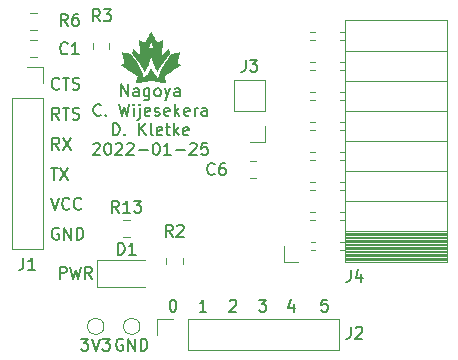
<source format=gbr>
G04 #@! TF.GenerationSoftware,KiCad,Pcbnew,(5.1.2)-1*
G04 #@! TF.CreationDate,2022-01-26T16:29:31-05:00*
G04 #@! TF.ProjectId,telemetry_breakout,74656c65-6d65-4747-9279-5f627265616b,rev?*
G04 #@! TF.SameCoordinates,Original*
G04 #@! TF.FileFunction,Legend,Top*
G04 #@! TF.FilePolarity,Positive*
%FSLAX46Y46*%
G04 Gerber Fmt 4.6, Leading zero omitted, Abs format (unit mm)*
G04 Created by KiCad (PCBNEW (5.1.2)-1) date 2022-01-26 16:29:31*
%MOMM*%
%LPD*%
G04 APERTURE LIST*
%ADD10C,0.150000*%
%ADD11C,0.120000*%
%ADD12C,0.010000*%
G04 APERTURE END LIST*
D10*
X194246666Y-109418380D02*
X194246666Y-108418380D01*
X194627619Y-108418380D01*
X194722857Y-108466000D01*
X194770476Y-108513619D01*
X194818095Y-108608857D01*
X194818095Y-108751714D01*
X194770476Y-108846952D01*
X194722857Y-108894571D01*
X194627619Y-108942190D01*
X194246666Y-108942190D01*
X195151428Y-108418380D02*
X195389523Y-109418380D01*
X195580000Y-108704095D01*
X195770476Y-109418380D01*
X196008571Y-108418380D01*
X196960952Y-109418380D02*
X196627619Y-108942190D01*
X196389523Y-109418380D02*
X196389523Y-108418380D01*
X196770476Y-108418380D01*
X196865714Y-108466000D01*
X196913333Y-108513619D01*
X196960952Y-108608857D01*
X196960952Y-108751714D01*
X196913333Y-108846952D01*
X196865714Y-108894571D01*
X196770476Y-108942190D01*
X196389523Y-108942190D01*
X216900095Y-111212380D02*
X216423904Y-111212380D01*
X216376285Y-111688571D01*
X216423904Y-111640952D01*
X216519142Y-111593333D01*
X216757238Y-111593333D01*
X216852476Y-111640952D01*
X216900095Y-111688571D01*
X216947714Y-111783809D01*
X216947714Y-112021904D01*
X216900095Y-112117142D01*
X216852476Y-112164761D01*
X216757238Y-112212380D01*
X216519142Y-112212380D01*
X216423904Y-112164761D01*
X216376285Y-112117142D01*
X214058476Y-111545714D02*
X214058476Y-112212380D01*
X213820380Y-111164761D02*
X213582285Y-111879047D01*
X214201333Y-111879047D01*
X206660714Y-112212380D02*
X206089285Y-112212380D01*
X206375000Y-112212380D02*
X206375000Y-111212380D01*
X206279761Y-111355238D01*
X206184523Y-111450476D01*
X206089285Y-111498095D01*
X208629285Y-111307619D02*
X208676904Y-111260000D01*
X208772142Y-111212380D01*
X209010238Y-111212380D01*
X209105476Y-111260000D01*
X209153095Y-111307619D01*
X209200714Y-111402857D01*
X209200714Y-111498095D01*
X209153095Y-111640952D01*
X208581666Y-112212380D01*
X209200714Y-112212380D01*
X211121666Y-111212380D02*
X211740714Y-111212380D01*
X211407380Y-111593333D01*
X211550238Y-111593333D01*
X211645476Y-111640952D01*
X211693095Y-111688571D01*
X211740714Y-111783809D01*
X211740714Y-112021904D01*
X211693095Y-112117142D01*
X211645476Y-112164761D01*
X211550238Y-112212380D01*
X211264523Y-112212380D01*
X211169285Y-112164761D01*
X211121666Y-112117142D01*
X199576095Y-114562000D02*
X199480857Y-114514380D01*
X199338000Y-114514380D01*
X199195142Y-114562000D01*
X199099904Y-114657238D01*
X199052285Y-114752476D01*
X199004666Y-114942952D01*
X199004666Y-115085809D01*
X199052285Y-115276285D01*
X199099904Y-115371523D01*
X199195142Y-115466761D01*
X199338000Y-115514380D01*
X199433238Y-115514380D01*
X199576095Y-115466761D01*
X199623714Y-115419142D01*
X199623714Y-115085809D01*
X199433238Y-115085809D01*
X200052285Y-115514380D02*
X200052285Y-114514380D01*
X200623714Y-115514380D01*
X200623714Y-114514380D01*
X201099904Y-115514380D02*
X201099904Y-114514380D01*
X201338000Y-114514380D01*
X201480857Y-114562000D01*
X201576095Y-114657238D01*
X201623714Y-114752476D01*
X201671333Y-114942952D01*
X201671333Y-115085809D01*
X201623714Y-115276285D01*
X201576095Y-115371523D01*
X201480857Y-115466761D01*
X201338000Y-115514380D01*
X201099904Y-115514380D01*
X196051904Y-114514380D02*
X196670952Y-114514380D01*
X196337619Y-114895333D01*
X196480476Y-114895333D01*
X196575714Y-114942952D01*
X196623333Y-114990571D01*
X196670952Y-115085809D01*
X196670952Y-115323904D01*
X196623333Y-115419142D01*
X196575714Y-115466761D01*
X196480476Y-115514380D01*
X196194761Y-115514380D01*
X196099523Y-115466761D01*
X196051904Y-115419142D01*
X196956666Y-114514380D02*
X197290000Y-115514380D01*
X197623333Y-114514380D01*
X197861428Y-114514380D02*
X198480476Y-114514380D01*
X198147142Y-114895333D01*
X198290000Y-114895333D01*
X198385238Y-114942952D01*
X198432857Y-114990571D01*
X198480476Y-115085809D01*
X198480476Y-115323904D01*
X198432857Y-115419142D01*
X198385238Y-115466761D01*
X198290000Y-115514380D01*
X198004285Y-115514380D01*
X197909047Y-115466761D01*
X197861428Y-115419142D01*
X199453809Y-93989380D02*
X199453809Y-92989380D01*
X200025238Y-93989380D01*
X200025238Y-92989380D01*
X200930000Y-93989380D02*
X200930000Y-93465571D01*
X200882380Y-93370333D01*
X200787142Y-93322714D01*
X200596666Y-93322714D01*
X200501428Y-93370333D01*
X200930000Y-93941761D02*
X200834761Y-93989380D01*
X200596666Y-93989380D01*
X200501428Y-93941761D01*
X200453809Y-93846523D01*
X200453809Y-93751285D01*
X200501428Y-93656047D01*
X200596666Y-93608428D01*
X200834761Y-93608428D01*
X200930000Y-93560809D01*
X201834761Y-93322714D02*
X201834761Y-94132238D01*
X201787142Y-94227476D01*
X201739523Y-94275095D01*
X201644285Y-94322714D01*
X201501428Y-94322714D01*
X201406190Y-94275095D01*
X201834761Y-93941761D02*
X201739523Y-93989380D01*
X201549047Y-93989380D01*
X201453809Y-93941761D01*
X201406190Y-93894142D01*
X201358571Y-93798904D01*
X201358571Y-93513190D01*
X201406190Y-93417952D01*
X201453809Y-93370333D01*
X201549047Y-93322714D01*
X201739523Y-93322714D01*
X201834761Y-93370333D01*
X202453809Y-93989380D02*
X202358571Y-93941761D01*
X202310952Y-93894142D01*
X202263333Y-93798904D01*
X202263333Y-93513190D01*
X202310952Y-93417952D01*
X202358571Y-93370333D01*
X202453809Y-93322714D01*
X202596666Y-93322714D01*
X202691904Y-93370333D01*
X202739523Y-93417952D01*
X202787142Y-93513190D01*
X202787142Y-93798904D01*
X202739523Y-93894142D01*
X202691904Y-93941761D01*
X202596666Y-93989380D01*
X202453809Y-93989380D01*
X203120476Y-93322714D02*
X203358571Y-93989380D01*
X203596666Y-93322714D02*
X203358571Y-93989380D01*
X203263333Y-94227476D01*
X203215714Y-94275095D01*
X203120476Y-94322714D01*
X204406190Y-93989380D02*
X204406190Y-93465571D01*
X204358571Y-93370333D01*
X204263333Y-93322714D01*
X204072857Y-93322714D01*
X203977619Y-93370333D01*
X204406190Y-93941761D02*
X204310952Y-93989380D01*
X204072857Y-93989380D01*
X203977619Y-93941761D01*
X203930000Y-93846523D01*
X203930000Y-93751285D01*
X203977619Y-93656047D01*
X204072857Y-93608428D01*
X204310952Y-93608428D01*
X204406190Y-93560809D01*
X197715714Y-95544142D02*
X197668095Y-95591761D01*
X197525238Y-95639380D01*
X197430000Y-95639380D01*
X197287142Y-95591761D01*
X197191904Y-95496523D01*
X197144285Y-95401285D01*
X197096666Y-95210809D01*
X197096666Y-95067952D01*
X197144285Y-94877476D01*
X197191904Y-94782238D01*
X197287142Y-94687000D01*
X197430000Y-94639380D01*
X197525238Y-94639380D01*
X197668095Y-94687000D01*
X197715714Y-94734619D01*
X198144285Y-95544142D02*
X198191904Y-95591761D01*
X198144285Y-95639380D01*
X198096666Y-95591761D01*
X198144285Y-95544142D01*
X198144285Y-95639380D01*
X199287142Y-94639380D02*
X199525238Y-95639380D01*
X199715714Y-94925095D01*
X199906190Y-95639380D01*
X200144285Y-94639380D01*
X200525238Y-95639380D02*
X200525238Y-94972714D01*
X200525238Y-94639380D02*
X200477619Y-94687000D01*
X200525238Y-94734619D01*
X200572857Y-94687000D01*
X200525238Y-94639380D01*
X200525238Y-94734619D01*
X201001428Y-94972714D02*
X201001428Y-95829857D01*
X200953809Y-95925095D01*
X200858571Y-95972714D01*
X200810952Y-95972714D01*
X201001428Y-94639380D02*
X200953809Y-94687000D01*
X201001428Y-94734619D01*
X201049047Y-94687000D01*
X201001428Y-94639380D01*
X201001428Y-94734619D01*
X201858571Y-95591761D02*
X201763333Y-95639380D01*
X201572857Y-95639380D01*
X201477619Y-95591761D01*
X201430000Y-95496523D01*
X201430000Y-95115571D01*
X201477619Y-95020333D01*
X201572857Y-94972714D01*
X201763333Y-94972714D01*
X201858571Y-95020333D01*
X201906190Y-95115571D01*
X201906190Y-95210809D01*
X201430000Y-95306047D01*
X202287142Y-95591761D02*
X202382380Y-95639380D01*
X202572857Y-95639380D01*
X202668095Y-95591761D01*
X202715714Y-95496523D01*
X202715714Y-95448904D01*
X202668095Y-95353666D01*
X202572857Y-95306047D01*
X202430000Y-95306047D01*
X202334761Y-95258428D01*
X202287142Y-95163190D01*
X202287142Y-95115571D01*
X202334761Y-95020333D01*
X202430000Y-94972714D01*
X202572857Y-94972714D01*
X202668095Y-95020333D01*
X203525238Y-95591761D02*
X203430000Y-95639380D01*
X203239523Y-95639380D01*
X203144285Y-95591761D01*
X203096666Y-95496523D01*
X203096666Y-95115571D01*
X203144285Y-95020333D01*
X203239523Y-94972714D01*
X203430000Y-94972714D01*
X203525238Y-95020333D01*
X203572857Y-95115571D01*
X203572857Y-95210809D01*
X203096666Y-95306047D01*
X204001428Y-95639380D02*
X204001428Y-94639380D01*
X204096666Y-95258428D02*
X204382380Y-95639380D01*
X204382380Y-94972714D02*
X204001428Y-95353666D01*
X205191904Y-95591761D02*
X205096666Y-95639380D01*
X204906190Y-95639380D01*
X204810952Y-95591761D01*
X204763333Y-95496523D01*
X204763333Y-95115571D01*
X204810952Y-95020333D01*
X204906190Y-94972714D01*
X205096666Y-94972714D01*
X205191904Y-95020333D01*
X205239523Y-95115571D01*
X205239523Y-95210809D01*
X204763333Y-95306047D01*
X205668095Y-95639380D02*
X205668095Y-94972714D01*
X205668095Y-95163190D02*
X205715714Y-95067952D01*
X205763333Y-95020333D01*
X205858571Y-94972714D01*
X205953809Y-94972714D01*
X206715714Y-95639380D02*
X206715714Y-95115571D01*
X206668095Y-95020333D01*
X206572857Y-94972714D01*
X206382380Y-94972714D01*
X206287142Y-95020333D01*
X206715714Y-95591761D02*
X206620476Y-95639380D01*
X206382380Y-95639380D01*
X206287142Y-95591761D01*
X206239523Y-95496523D01*
X206239523Y-95401285D01*
X206287142Y-95306047D01*
X206382380Y-95258428D01*
X206620476Y-95258428D01*
X206715714Y-95210809D01*
X198739523Y-97289380D02*
X198739523Y-96289380D01*
X198977619Y-96289380D01*
X199120476Y-96337000D01*
X199215714Y-96432238D01*
X199263333Y-96527476D01*
X199310952Y-96717952D01*
X199310952Y-96860809D01*
X199263333Y-97051285D01*
X199215714Y-97146523D01*
X199120476Y-97241761D01*
X198977619Y-97289380D01*
X198739523Y-97289380D01*
X199739523Y-97194142D02*
X199787142Y-97241761D01*
X199739523Y-97289380D01*
X199691904Y-97241761D01*
X199739523Y-97194142D01*
X199739523Y-97289380D01*
X200977619Y-97289380D02*
X200977619Y-96289380D01*
X201549047Y-97289380D02*
X201120476Y-96717952D01*
X201549047Y-96289380D02*
X200977619Y-96860809D01*
X202120476Y-97289380D02*
X202025238Y-97241761D01*
X201977619Y-97146523D01*
X201977619Y-96289380D01*
X202882380Y-97241761D02*
X202787142Y-97289380D01*
X202596666Y-97289380D01*
X202501428Y-97241761D01*
X202453809Y-97146523D01*
X202453809Y-96765571D01*
X202501428Y-96670333D01*
X202596666Y-96622714D01*
X202787142Y-96622714D01*
X202882380Y-96670333D01*
X202930000Y-96765571D01*
X202930000Y-96860809D01*
X202453809Y-96956047D01*
X203215714Y-96622714D02*
X203596666Y-96622714D01*
X203358571Y-96289380D02*
X203358571Y-97146523D01*
X203406190Y-97241761D01*
X203501428Y-97289380D01*
X203596666Y-97289380D01*
X203930000Y-97289380D02*
X203930000Y-96289380D01*
X204025238Y-96908428D02*
X204310952Y-97289380D01*
X204310952Y-96622714D02*
X203930000Y-97003666D01*
X205120476Y-97241761D02*
X205025238Y-97289380D01*
X204834761Y-97289380D01*
X204739523Y-97241761D01*
X204691904Y-97146523D01*
X204691904Y-96765571D01*
X204739523Y-96670333D01*
X204834761Y-96622714D01*
X205025238Y-96622714D01*
X205120476Y-96670333D01*
X205168095Y-96765571D01*
X205168095Y-96860809D01*
X204691904Y-96956047D01*
X197072857Y-98034619D02*
X197120476Y-97987000D01*
X197215714Y-97939380D01*
X197453809Y-97939380D01*
X197549047Y-97987000D01*
X197596666Y-98034619D01*
X197644285Y-98129857D01*
X197644285Y-98225095D01*
X197596666Y-98367952D01*
X197025238Y-98939380D01*
X197644285Y-98939380D01*
X198263333Y-97939380D02*
X198358571Y-97939380D01*
X198453809Y-97987000D01*
X198501428Y-98034619D01*
X198549047Y-98129857D01*
X198596666Y-98320333D01*
X198596666Y-98558428D01*
X198549047Y-98748904D01*
X198501428Y-98844142D01*
X198453809Y-98891761D01*
X198358571Y-98939380D01*
X198263333Y-98939380D01*
X198168095Y-98891761D01*
X198120476Y-98844142D01*
X198072857Y-98748904D01*
X198025238Y-98558428D01*
X198025238Y-98320333D01*
X198072857Y-98129857D01*
X198120476Y-98034619D01*
X198168095Y-97987000D01*
X198263333Y-97939380D01*
X198977619Y-98034619D02*
X199025238Y-97987000D01*
X199120476Y-97939380D01*
X199358571Y-97939380D01*
X199453809Y-97987000D01*
X199501428Y-98034619D01*
X199549047Y-98129857D01*
X199549047Y-98225095D01*
X199501428Y-98367952D01*
X198930000Y-98939380D01*
X199549047Y-98939380D01*
X199930000Y-98034619D02*
X199977619Y-97987000D01*
X200072857Y-97939380D01*
X200310952Y-97939380D01*
X200406190Y-97987000D01*
X200453809Y-98034619D01*
X200501428Y-98129857D01*
X200501428Y-98225095D01*
X200453809Y-98367952D01*
X199882380Y-98939380D01*
X200501428Y-98939380D01*
X200930000Y-98558428D02*
X201691904Y-98558428D01*
X202358571Y-97939380D02*
X202453809Y-97939380D01*
X202549047Y-97987000D01*
X202596666Y-98034619D01*
X202644285Y-98129857D01*
X202691904Y-98320333D01*
X202691904Y-98558428D01*
X202644285Y-98748904D01*
X202596666Y-98844142D01*
X202549047Y-98891761D01*
X202453809Y-98939380D01*
X202358571Y-98939380D01*
X202263333Y-98891761D01*
X202215714Y-98844142D01*
X202168095Y-98748904D01*
X202120476Y-98558428D01*
X202120476Y-98320333D01*
X202168095Y-98129857D01*
X202215714Y-98034619D01*
X202263333Y-97987000D01*
X202358571Y-97939380D01*
X203644285Y-98939380D02*
X203072857Y-98939380D01*
X203358571Y-98939380D02*
X203358571Y-97939380D01*
X203263333Y-98082238D01*
X203168095Y-98177476D01*
X203072857Y-98225095D01*
X204072857Y-98558428D02*
X204834761Y-98558428D01*
X205263333Y-98034619D02*
X205310952Y-97987000D01*
X205406190Y-97939380D01*
X205644285Y-97939380D01*
X205739523Y-97987000D01*
X205787142Y-98034619D01*
X205834761Y-98129857D01*
X205834761Y-98225095D01*
X205787142Y-98367952D01*
X205215714Y-98939380D01*
X205834761Y-98939380D01*
X206739523Y-97939380D02*
X206263333Y-97939380D01*
X206215714Y-98415571D01*
X206263333Y-98367952D01*
X206358571Y-98320333D01*
X206596666Y-98320333D01*
X206691904Y-98367952D01*
X206739523Y-98415571D01*
X206787142Y-98510809D01*
X206787142Y-98748904D01*
X206739523Y-98844142D01*
X206691904Y-98891761D01*
X206596666Y-98939380D01*
X206358571Y-98939380D01*
X206263333Y-98891761D01*
X206215714Y-98844142D01*
X194153404Y-105164000D02*
X194058166Y-105116380D01*
X193915309Y-105116380D01*
X193772452Y-105164000D01*
X193677214Y-105259238D01*
X193629595Y-105354476D01*
X193581976Y-105544952D01*
X193581976Y-105687809D01*
X193629595Y-105878285D01*
X193677214Y-105973523D01*
X193772452Y-106068761D01*
X193915309Y-106116380D01*
X194010547Y-106116380D01*
X194153404Y-106068761D01*
X194201023Y-106021142D01*
X194201023Y-105687809D01*
X194010547Y-105687809D01*
X194629595Y-106116380D02*
X194629595Y-105116380D01*
X195201023Y-106116380D01*
X195201023Y-105116380D01*
X195677214Y-106116380D02*
X195677214Y-105116380D01*
X195915309Y-105116380D01*
X196058166Y-105164000D01*
X196153404Y-105259238D01*
X196201023Y-105354476D01*
X196248642Y-105544952D01*
X196248642Y-105687809D01*
X196201023Y-105878285D01*
X196153404Y-105973523D01*
X196058166Y-106068761D01*
X195915309Y-106116380D01*
X195677214Y-106116380D01*
X193486738Y-102576380D02*
X193820071Y-103576380D01*
X194153404Y-102576380D01*
X195058166Y-103481142D02*
X195010547Y-103528761D01*
X194867690Y-103576380D01*
X194772452Y-103576380D01*
X194629595Y-103528761D01*
X194534357Y-103433523D01*
X194486738Y-103338285D01*
X194439119Y-103147809D01*
X194439119Y-103004952D01*
X194486738Y-102814476D01*
X194534357Y-102719238D01*
X194629595Y-102624000D01*
X194772452Y-102576380D01*
X194867690Y-102576380D01*
X195010547Y-102624000D01*
X195058166Y-102671619D01*
X196058166Y-103481142D02*
X196010547Y-103528761D01*
X195867690Y-103576380D01*
X195772452Y-103576380D01*
X195629595Y-103528761D01*
X195534357Y-103433523D01*
X195486738Y-103338285D01*
X195439119Y-103147809D01*
X195439119Y-103004952D01*
X195486738Y-102814476D01*
X195534357Y-102719238D01*
X195629595Y-102624000D01*
X195772452Y-102576380D01*
X195867690Y-102576380D01*
X196010547Y-102624000D01*
X196058166Y-102671619D01*
X193486738Y-100036380D02*
X194058166Y-100036380D01*
X193772452Y-101036380D02*
X193772452Y-100036380D01*
X194296261Y-100036380D02*
X194962928Y-101036380D01*
X194962928Y-100036380D02*
X194296261Y-101036380D01*
X194201023Y-98496380D02*
X193867690Y-98020190D01*
X193629595Y-98496380D02*
X193629595Y-97496380D01*
X194010547Y-97496380D01*
X194105785Y-97544000D01*
X194153404Y-97591619D01*
X194201023Y-97686857D01*
X194201023Y-97829714D01*
X194153404Y-97924952D01*
X194105785Y-97972571D01*
X194010547Y-98020190D01*
X193629595Y-98020190D01*
X194534357Y-97496380D02*
X195201023Y-98496380D01*
X195201023Y-97496380D02*
X194534357Y-98496380D01*
X194201023Y-95956380D02*
X193867690Y-95480190D01*
X193629595Y-95956380D02*
X193629595Y-94956380D01*
X194010547Y-94956380D01*
X194105785Y-95004000D01*
X194153404Y-95051619D01*
X194201023Y-95146857D01*
X194201023Y-95289714D01*
X194153404Y-95384952D01*
X194105785Y-95432571D01*
X194010547Y-95480190D01*
X193629595Y-95480190D01*
X194486738Y-94956380D02*
X195058166Y-94956380D01*
X194772452Y-95956380D02*
X194772452Y-94956380D01*
X195343880Y-95908761D02*
X195486738Y-95956380D01*
X195724833Y-95956380D01*
X195820071Y-95908761D01*
X195867690Y-95861142D01*
X195915309Y-95765904D01*
X195915309Y-95670666D01*
X195867690Y-95575428D01*
X195820071Y-95527809D01*
X195724833Y-95480190D01*
X195534357Y-95432571D01*
X195439119Y-95384952D01*
X195391500Y-95337333D01*
X195343880Y-95242095D01*
X195343880Y-95146857D01*
X195391500Y-95051619D01*
X195439119Y-95004000D01*
X195534357Y-94956380D01*
X195772452Y-94956380D01*
X195915309Y-95004000D01*
X194201023Y-93321142D02*
X194153404Y-93368761D01*
X194010547Y-93416380D01*
X193915309Y-93416380D01*
X193772452Y-93368761D01*
X193677214Y-93273523D01*
X193629595Y-93178285D01*
X193581976Y-92987809D01*
X193581976Y-92844952D01*
X193629595Y-92654476D01*
X193677214Y-92559238D01*
X193772452Y-92464000D01*
X193915309Y-92416380D01*
X194010547Y-92416380D01*
X194153404Y-92464000D01*
X194201023Y-92511619D01*
X194486738Y-92416380D02*
X195058166Y-92416380D01*
X194772452Y-93416380D02*
X194772452Y-92416380D01*
X195343880Y-93368761D02*
X195486738Y-93416380D01*
X195724833Y-93416380D01*
X195820071Y-93368761D01*
X195867690Y-93321142D01*
X195915309Y-93225904D01*
X195915309Y-93130666D01*
X195867690Y-93035428D01*
X195820071Y-92987809D01*
X195724833Y-92940190D01*
X195534357Y-92892571D01*
X195439119Y-92844952D01*
X195391500Y-92797333D01*
X195343880Y-92702095D01*
X195343880Y-92606857D01*
X195391500Y-92511619D01*
X195439119Y-92464000D01*
X195534357Y-92416380D01*
X195772452Y-92416380D01*
X195915309Y-92464000D01*
X203787380Y-111212380D02*
X203882619Y-111212380D01*
X203977857Y-111260000D01*
X204025476Y-111307619D01*
X204073095Y-111402857D01*
X204120714Y-111593333D01*
X204120714Y-111831428D01*
X204073095Y-112021904D01*
X204025476Y-112117142D01*
X203977857Y-112164761D01*
X203882619Y-112212380D01*
X203787380Y-112212380D01*
X203692142Y-112164761D01*
X203644523Y-112117142D01*
X203596904Y-112021904D01*
X203549285Y-111831428D01*
X203549285Y-111593333D01*
X203596904Y-111402857D01*
X203644523Y-111307619D01*
X203692142Y-111260000D01*
X203787380Y-111212380D01*
D11*
X211642000Y-97850000D02*
X210312000Y-97850000D01*
X211642000Y-96520000D02*
X211642000Y-97850000D01*
X211642000Y-95250000D02*
X208982000Y-95250000D01*
X208982000Y-95250000D02*
X208982000Y-92650000D01*
X211642000Y-95250000D02*
X211642000Y-92650000D01*
X211642000Y-92650000D02*
X208982000Y-92650000D01*
X202505000Y-114173000D02*
X202505000Y-112843000D01*
X202505000Y-112843000D02*
X203835000Y-112843000D01*
X205105000Y-112843000D02*
X217865000Y-112843000D01*
X217865000Y-115503000D02*
X217865000Y-112843000D01*
X205105000Y-115503000D02*
X217865000Y-115503000D01*
X205105000Y-115503000D02*
X205105000Y-112843000D01*
X199636748Y-105866000D02*
X200159252Y-105866000D01*
X199636748Y-104446000D02*
X200159252Y-104446000D01*
X191762748Y-88340000D02*
X192285252Y-88340000D01*
X191762748Y-86920000D02*
X192285252Y-86920000D01*
X197029000Y-89473248D02*
X197029000Y-89995752D01*
X198449000Y-89473248D02*
X198449000Y-89995752D01*
X210836252Y-99493000D02*
X210313748Y-99493000D01*
X210836252Y-100913000D02*
X210313748Y-100913000D01*
X214376000Y-108010000D02*
X213266000Y-108010000D01*
X213266000Y-108010000D02*
X213266000Y-106680000D01*
X227006000Y-108010000D02*
X227006000Y-87570000D01*
X227006000Y-87570000D02*
X218376000Y-87570000D01*
X218376000Y-108010000D02*
X218376000Y-87570000D01*
X227006000Y-108010000D02*
X218376000Y-108010000D01*
X227006000Y-90170000D02*
X218376000Y-90170000D01*
X227006000Y-92710000D02*
X218376000Y-92710000D01*
X227006000Y-95250000D02*
X218376000Y-95250000D01*
X227006000Y-97790000D02*
X218376000Y-97790000D01*
X227006000Y-100330000D02*
X218376000Y-100330000D01*
X227006000Y-102870000D02*
X218376000Y-102870000D01*
X227006000Y-105410000D02*
X218376000Y-105410000D01*
X215866000Y-88540000D02*
X215426000Y-88540000D01*
X218376000Y-88540000D02*
X217966000Y-88540000D01*
X215866000Y-89260000D02*
X215426000Y-89260000D01*
X218376000Y-89260000D02*
X217966000Y-89260000D01*
X215866000Y-91080000D02*
X215426000Y-91080000D01*
X218376000Y-91080000D02*
X217966000Y-91080000D01*
X215866000Y-91800000D02*
X215426000Y-91800000D01*
X218376000Y-91800000D02*
X217966000Y-91800000D01*
X215866000Y-93620000D02*
X215426000Y-93620000D01*
X218376000Y-93620000D02*
X217966000Y-93620000D01*
X215866000Y-94340000D02*
X215426000Y-94340000D01*
X218376000Y-94340000D02*
X217966000Y-94340000D01*
X215866000Y-96160000D02*
X215426000Y-96160000D01*
X218376000Y-96160000D02*
X217966000Y-96160000D01*
X215866000Y-96880000D02*
X215426000Y-96880000D01*
X218376000Y-96880000D02*
X217966000Y-96880000D01*
X215866000Y-98700000D02*
X215426000Y-98700000D01*
X218376000Y-98700000D02*
X217966000Y-98700000D01*
X215866000Y-99420000D02*
X215426000Y-99420000D01*
X218376000Y-99420000D02*
X217966000Y-99420000D01*
X215866000Y-101240000D02*
X215426000Y-101240000D01*
X218376000Y-101240000D02*
X217966000Y-101240000D01*
X215866000Y-101960000D02*
X215426000Y-101960000D01*
X218376000Y-101960000D02*
X217966000Y-101960000D01*
X215866000Y-103780000D02*
X215426000Y-103780000D01*
X218376000Y-103780000D02*
X217966000Y-103780000D01*
X215866000Y-104500000D02*
X215426000Y-104500000D01*
X218376000Y-104500000D02*
X217966000Y-104500000D01*
X215866000Y-106320000D02*
X215486000Y-106320000D01*
X218376000Y-106320000D02*
X217966000Y-106320000D01*
X215866000Y-107040000D02*
X215486000Y-107040000D01*
X218376000Y-107040000D02*
X217966000Y-107040000D01*
X227006000Y-105528100D02*
X218376000Y-105528100D01*
X227006000Y-105646195D02*
X218376000Y-105646195D01*
X227006000Y-105764290D02*
X218376000Y-105764290D01*
X227006000Y-105882385D02*
X218376000Y-105882385D01*
X227006000Y-106000480D02*
X218376000Y-106000480D01*
X227006000Y-106118575D02*
X218376000Y-106118575D01*
X227006000Y-106236670D02*
X218376000Y-106236670D01*
X227006000Y-106354765D02*
X218376000Y-106354765D01*
X227006000Y-106472860D02*
X218376000Y-106472860D01*
X227006000Y-106590955D02*
X218376000Y-106590955D01*
X227006000Y-106709050D02*
X218376000Y-106709050D01*
X227006000Y-106827145D02*
X218376000Y-106827145D01*
X227006000Y-106945240D02*
X218376000Y-106945240D01*
X227006000Y-107063335D02*
X218376000Y-107063335D01*
X227006000Y-107181430D02*
X218376000Y-107181430D01*
X227006000Y-107299525D02*
X218376000Y-107299525D01*
X227006000Y-107417620D02*
X218376000Y-107417620D01*
X227006000Y-107535715D02*
X218376000Y-107535715D01*
X227006000Y-107653810D02*
X218376000Y-107653810D01*
X227006000Y-107771905D02*
X218376000Y-107771905D01*
X227006000Y-107890000D02*
X218376000Y-107890000D01*
X197438000Y-110101000D02*
X201498000Y-110101000D01*
X197438000Y-107831000D02*
X197438000Y-110101000D01*
X201498000Y-107831000D02*
X197438000Y-107831000D01*
X203252000Y-107688748D02*
X203252000Y-108211252D01*
X204672000Y-107688748D02*
X204672000Y-108211252D01*
X191500000Y-91550000D02*
X192830000Y-91550000D01*
X192830000Y-91550000D02*
X192830000Y-92880000D01*
X192830000Y-94150000D02*
X192830000Y-106910000D01*
X190170000Y-106910000D02*
X192830000Y-106910000D01*
X190170000Y-94150000D02*
X190170000Y-106910000D01*
X190170000Y-94150000D02*
X192830000Y-94150000D01*
X201038000Y-113470000D02*
G75*
G03X201038000Y-113470000I-700000J0D01*
G01*
X197990000Y-113470000D02*
G75*
G03X197990000Y-113470000I-700000J0D01*
G01*
D12*
G36*
X199530697Y-90271970D02*
G01*
X199550033Y-90275400D01*
X199580352Y-90281030D01*
X199620319Y-90288605D01*
X199668599Y-90297871D01*
X199723859Y-90308572D01*
X199784762Y-90320455D01*
X199849976Y-90333263D01*
X199851094Y-90333484D01*
X199931677Y-90349474D01*
X199999475Y-90363182D01*
X200055396Y-90374815D01*
X200100348Y-90384580D01*
X200135239Y-90392683D01*
X200160978Y-90399330D01*
X200178474Y-90404729D01*
X200188633Y-90409085D01*
X200191102Y-90410804D01*
X200203574Y-90424227D01*
X200222726Y-90447656D01*
X200247447Y-90479566D01*
X200276624Y-90518433D01*
X200309144Y-90562732D01*
X200343896Y-90610937D01*
X200379767Y-90661524D01*
X200415644Y-90712969D01*
X200450415Y-90763745D01*
X200472273Y-90796234D01*
X200575542Y-90955334D01*
X200676719Y-91119776D01*
X200774654Y-91287429D01*
X200868199Y-91456163D01*
X200956202Y-91623847D01*
X201037513Y-91788352D01*
X201110984Y-91947546D01*
X201174782Y-92097617D01*
X201190866Y-92138630D01*
X201208350Y-92185438D01*
X201226411Y-92235618D01*
X201244230Y-92286749D01*
X201260987Y-92336409D01*
X201275860Y-92382176D01*
X201288030Y-92421629D01*
X201296676Y-92452346D01*
X201300389Y-92468372D01*
X201304647Y-92485015D01*
X201309120Y-92493845D01*
X201310077Y-92494274D01*
X201316754Y-92489234D01*
X201331072Y-92475142D01*
X201351646Y-92453541D01*
X201377088Y-92425973D01*
X201406016Y-92393981D01*
X201437042Y-92359108D01*
X201468782Y-92322897D01*
X201499851Y-92286889D01*
X201528864Y-92252628D01*
X201550049Y-92227040D01*
X201614931Y-92145140D01*
X201674680Y-92064123D01*
X201731417Y-91980812D01*
X201787268Y-91892035D01*
X201844354Y-91794615D01*
X201870812Y-91747471D01*
X201890513Y-91712757D01*
X201908166Y-91683166D01*
X201922620Y-91660505D01*
X201932728Y-91646579D01*
X201937259Y-91643088D01*
X201942526Y-91651146D01*
X201952843Y-91668848D01*
X201966705Y-91693556D01*
X201982178Y-91721836D01*
X202059089Y-91857716D01*
X202137247Y-91982810D01*
X202218710Y-92100225D01*
X202305537Y-92213070D01*
X202316337Y-92226357D01*
X202342781Y-92258211D01*
X202372384Y-92293040D01*
X202403767Y-92329306D01*
X202435545Y-92365468D01*
X202466339Y-92399989D01*
X202494766Y-92431329D01*
X202519445Y-92457948D01*
X202538992Y-92478309D01*
X202552028Y-92490872D01*
X202556883Y-92494274D01*
X202561129Y-92488181D01*
X202565610Y-92473069D01*
X202566571Y-92468372D01*
X202571986Y-92445926D01*
X202581549Y-92412900D01*
X202594440Y-92371717D01*
X202609838Y-92324799D01*
X202626924Y-92274567D01*
X202644876Y-92223443D01*
X202662873Y-92173849D01*
X202680097Y-92128206D01*
X202692178Y-92097617D01*
X202755492Y-91948701D01*
X202827659Y-91792261D01*
X202907518Y-91630442D01*
X202993912Y-91465390D01*
X203085683Y-91299251D01*
X203181672Y-91134171D01*
X203280722Y-90972296D01*
X203381675Y-90815772D01*
X203393995Y-90797251D01*
X203427378Y-90747822D01*
X203462611Y-90696694D01*
X203498585Y-90645389D01*
X203534188Y-90595430D01*
X203568312Y-90548339D01*
X203599845Y-90505639D01*
X203627678Y-90468854D01*
X203650700Y-90439504D01*
X203667802Y-90419114D01*
X203675553Y-90411079D01*
X203682906Y-90407111D01*
X203697791Y-90402066D01*
X203721057Y-90395752D01*
X203753552Y-90387977D01*
X203796124Y-90378547D01*
X203849624Y-90367271D01*
X203914898Y-90353955D01*
X203992795Y-90338407D01*
X204015561Y-90333908D01*
X204080866Y-90321064D01*
X204141884Y-90309137D01*
X204197281Y-90298382D01*
X204245724Y-90289055D01*
X204285878Y-90281412D01*
X204316409Y-90275708D01*
X204335985Y-90272198D01*
X204343271Y-90271137D01*
X204343282Y-90271143D01*
X204341871Y-90277843D01*
X204337357Y-90296646D01*
X204330092Y-90326171D01*
X204320424Y-90365039D01*
X204308704Y-90411869D01*
X204295282Y-90465282D01*
X204280509Y-90523897D01*
X204264733Y-90586334D01*
X204248307Y-90651214D01*
X204231579Y-90717155D01*
X204214899Y-90782779D01*
X204198619Y-90846704D01*
X204183087Y-90907551D01*
X204168655Y-90963940D01*
X204155672Y-91014491D01*
X204144488Y-91057823D01*
X204135454Y-91092557D01*
X204128920Y-91117312D01*
X204125235Y-91130708D01*
X204125076Y-91131241D01*
X204126765Y-91136541D01*
X204135068Y-91144598D01*
X204151059Y-91156116D01*
X204175815Y-91171804D01*
X204210413Y-91192366D01*
X204255929Y-91218511D01*
X204271465Y-91227317D01*
X204312695Y-91250840D01*
X204349584Y-91272285D01*
X204380494Y-91290666D01*
X204403786Y-91304997D01*
X204417821Y-91314294D01*
X204421288Y-91317400D01*
X204415575Y-91321811D01*
X204398909Y-91333347D01*
X204372003Y-91351538D01*
X204335567Y-91375913D01*
X204290312Y-91406004D01*
X204236950Y-91441340D01*
X204176192Y-91481452D01*
X204108749Y-91525870D01*
X204035332Y-91574125D01*
X203956653Y-91625746D01*
X203873423Y-91680264D01*
X203786352Y-91737210D01*
X203718519Y-91781515D01*
X203629009Y-91840002D01*
X203542800Y-91896441D01*
X203460605Y-91950360D01*
X203383136Y-92001288D01*
X203311103Y-92048752D01*
X203245218Y-92092282D01*
X203186194Y-92131407D01*
X203134741Y-92165654D01*
X203091572Y-92194551D01*
X203057398Y-92217629D01*
X203032930Y-92234414D01*
X203018881Y-92244436D01*
X203015609Y-92247233D01*
X203017617Y-92255185D01*
X203023405Y-92274948D01*
X203032527Y-92305073D01*
X203044537Y-92344109D01*
X203058987Y-92390609D01*
X203075430Y-92443123D01*
X203093421Y-92500200D01*
X203099899Y-92520667D01*
X203118187Y-92578842D01*
X203134891Y-92632858D01*
X203149588Y-92681284D01*
X203161858Y-92722691D01*
X203171279Y-92755649D01*
X203177428Y-92778726D01*
X203179885Y-92790494D01*
X203179790Y-92791681D01*
X203172366Y-92791537D01*
X203152111Y-92789817D01*
X203120012Y-92786631D01*
X203077052Y-92782090D01*
X203024217Y-92776305D01*
X202962491Y-92769385D01*
X202892861Y-92761441D01*
X202816309Y-92752584D01*
X202733823Y-92742924D01*
X202646386Y-92732571D01*
X202554983Y-92721637D01*
X202554365Y-92721562D01*
X201933480Y-92646904D01*
X201325318Y-92720206D01*
X201234521Y-92731127D01*
X201147459Y-92741557D01*
X201065154Y-92751374D01*
X200988628Y-92760460D01*
X200918902Y-92768694D01*
X200856997Y-92775956D01*
X200803935Y-92782126D01*
X200760738Y-92787085D01*
X200728427Y-92790712D01*
X200708024Y-92792888D01*
X200700756Y-92793507D01*
X200688157Y-92791419D01*
X200684356Y-92787732D01*
X200686394Y-92780038D01*
X200692208Y-92760534D01*
X200701348Y-92730669D01*
X200713364Y-92691894D01*
X200727806Y-92645658D01*
X200744223Y-92593412D01*
X200762167Y-92536605D01*
X200767863Y-92518631D01*
X200786193Y-92460644D01*
X200803129Y-92406704D01*
X200818221Y-92358273D01*
X200831018Y-92316814D01*
X200841070Y-92283788D01*
X200847926Y-92260658D01*
X200851135Y-92248887D01*
X200851320Y-92247790D01*
X200845599Y-92243101D01*
X200828923Y-92231295D01*
X200802004Y-92212844D01*
X200765553Y-92188220D01*
X200720283Y-92157894D01*
X200666903Y-92122340D01*
X200606127Y-92082028D01*
X200538665Y-92037433D01*
X200465229Y-91989025D01*
X200386530Y-91937276D01*
X200303281Y-91882660D01*
X200216192Y-91825648D01*
X200148471Y-91781395D01*
X200058975Y-91722918D01*
X199972781Y-91666516D01*
X199890602Y-91612658D01*
X199813148Y-91561814D01*
X199741130Y-91514454D01*
X199675259Y-91471047D01*
X199616246Y-91432064D01*
X199564803Y-91397972D01*
X199521641Y-91369244D01*
X199487471Y-91346346D01*
X199463003Y-91329751D01*
X199448950Y-91319926D01*
X199445672Y-91317280D01*
X199451476Y-91312556D01*
X199467797Y-91302037D01*
X199492995Y-91286707D01*
X199525432Y-91267550D01*
X199563468Y-91245549D01*
X199595494Y-91227317D01*
X199644408Y-91199406D01*
X199682089Y-91177284D01*
X199709613Y-91160243D01*
X199728057Y-91147578D01*
X199738497Y-91138582D01*
X199742010Y-91132548D01*
X199741884Y-91131241D01*
X199738416Y-91118724D01*
X199732074Y-91094746D01*
X199723207Y-91060687D01*
X199712165Y-91017928D01*
X199699299Y-90967849D01*
X199684959Y-90911829D01*
X199669495Y-90851250D01*
X199653256Y-90787492D01*
X199636593Y-90721934D01*
X199619857Y-90655957D01*
X199603396Y-90590941D01*
X199587562Y-90528267D01*
X199572705Y-90469314D01*
X199559173Y-90415463D01*
X199547319Y-90368094D01*
X199537491Y-90328588D01*
X199530040Y-90298324D01*
X199525315Y-90278682D01*
X199523668Y-90271044D01*
X199523677Y-90270994D01*
X199530697Y-90271970D01*
X199530697Y-90271970D01*
G37*
X199530697Y-90271970D02*
X199550033Y-90275400D01*
X199580352Y-90281030D01*
X199620319Y-90288605D01*
X199668599Y-90297871D01*
X199723859Y-90308572D01*
X199784762Y-90320455D01*
X199849976Y-90333263D01*
X199851094Y-90333484D01*
X199931677Y-90349474D01*
X199999475Y-90363182D01*
X200055396Y-90374815D01*
X200100348Y-90384580D01*
X200135239Y-90392683D01*
X200160978Y-90399330D01*
X200178474Y-90404729D01*
X200188633Y-90409085D01*
X200191102Y-90410804D01*
X200203574Y-90424227D01*
X200222726Y-90447656D01*
X200247447Y-90479566D01*
X200276624Y-90518433D01*
X200309144Y-90562732D01*
X200343896Y-90610937D01*
X200379767Y-90661524D01*
X200415644Y-90712969D01*
X200450415Y-90763745D01*
X200472273Y-90796234D01*
X200575542Y-90955334D01*
X200676719Y-91119776D01*
X200774654Y-91287429D01*
X200868199Y-91456163D01*
X200956202Y-91623847D01*
X201037513Y-91788352D01*
X201110984Y-91947546D01*
X201174782Y-92097617D01*
X201190866Y-92138630D01*
X201208350Y-92185438D01*
X201226411Y-92235618D01*
X201244230Y-92286749D01*
X201260987Y-92336409D01*
X201275860Y-92382176D01*
X201288030Y-92421629D01*
X201296676Y-92452346D01*
X201300389Y-92468372D01*
X201304647Y-92485015D01*
X201309120Y-92493845D01*
X201310077Y-92494274D01*
X201316754Y-92489234D01*
X201331072Y-92475142D01*
X201351646Y-92453541D01*
X201377088Y-92425973D01*
X201406016Y-92393981D01*
X201437042Y-92359108D01*
X201468782Y-92322897D01*
X201499851Y-92286889D01*
X201528864Y-92252628D01*
X201550049Y-92227040D01*
X201614931Y-92145140D01*
X201674680Y-92064123D01*
X201731417Y-91980812D01*
X201787268Y-91892035D01*
X201844354Y-91794615D01*
X201870812Y-91747471D01*
X201890513Y-91712757D01*
X201908166Y-91683166D01*
X201922620Y-91660505D01*
X201932728Y-91646579D01*
X201937259Y-91643088D01*
X201942526Y-91651146D01*
X201952843Y-91668848D01*
X201966705Y-91693556D01*
X201982178Y-91721836D01*
X202059089Y-91857716D01*
X202137247Y-91982810D01*
X202218710Y-92100225D01*
X202305537Y-92213070D01*
X202316337Y-92226357D01*
X202342781Y-92258211D01*
X202372384Y-92293040D01*
X202403767Y-92329306D01*
X202435545Y-92365468D01*
X202466339Y-92399989D01*
X202494766Y-92431329D01*
X202519445Y-92457948D01*
X202538992Y-92478309D01*
X202552028Y-92490872D01*
X202556883Y-92494274D01*
X202561129Y-92488181D01*
X202565610Y-92473069D01*
X202566571Y-92468372D01*
X202571986Y-92445926D01*
X202581549Y-92412900D01*
X202594440Y-92371717D01*
X202609838Y-92324799D01*
X202626924Y-92274567D01*
X202644876Y-92223443D01*
X202662873Y-92173849D01*
X202680097Y-92128206D01*
X202692178Y-92097617D01*
X202755492Y-91948701D01*
X202827659Y-91792261D01*
X202907518Y-91630442D01*
X202993912Y-91465390D01*
X203085683Y-91299251D01*
X203181672Y-91134171D01*
X203280722Y-90972296D01*
X203381675Y-90815772D01*
X203393995Y-90797251D01*
X203427378Y-90747822D01*
X203462611Y-90696694D01*
X203498585Y-90645389D01*
X203534188Y-90595430D01*
X203568312Y-90548339D01*
X203599845Y-90505639D01*
X203627678Y-90468854D01*
X203650700Y-90439504D01*
X203667802Y-90419114D01*
X203675553Y-90411079D01*
X203682906Y-90407111D01*
X203697791Y-90402066D01*
X203721057Y-90395752D01*
X203753552Y-90387977D01*
X203796124Y-90378547D01*
X203849624Y-90367271D01*
X203914898Y-90353955D01*
X203992795Y-90338407D01*
X204015561Y-90333908D01*
X204080866Y-90321064D01*
X204141884Y-90309137D01*
X204197281Y-90298382D01*
X204245724Y-90289055D01*
X204285878Y-90281412D01*
X204316409Y-90275708D01*
X204335985Y-90272198D01*
X204343271Y-90271137D01*
X204343282Y-90271143D01*
X204341871Y-90277843D01*
X204337357Y-90296646D01*
X204330092Y-90326171D01*
X204320424Y-90365039D01*
X204308704Y-90411869D01*
X204295282Y-90465282D01*
X204280509Y-90523897D01*
X204264733Y-90586334D01*
X204248307Y-90651214D01*
X204231579Y-90717155D01*
X204214899Y-90782779D01*
X204198619Y-90846704D01*
X204183087Y-90907551D01*
X204168655Y-90963940D01*
X204155672Y-91014491D01*
X204144488Y-91057823D01*
X204135454Y-91092557D01*
X204128920Y-91117312D01*
X204125235Y-91130708D01*
X204125076Y-91131241D01*
X204126765Y-91136541D01*
X204135068Y-91144598D01*
X204151059Y-91156116D01*
X204175815Y-91171804D01*
X204210413Y-91192366D01*
X204255929Y-91218511D01*
X204271465Y-91227317D01*
X204312695Y-91250840D01*
X204349584Y-91272285D01*
X204380494Y-91290666D01*
X204403786Y-91304997D01*
X204417821Y-91314294D01*
X204421288Y-91317400D01*
X204415575Y-91321811D01*
X204398909Y-91333347D01*
X204372003Y-91351538D01*
X204335567Y-91375913D01*
X204290312Y-91406004D01*
X204236950Y-91441340D01*
X204176192Y-91481452D01*
X204108749Y-91525870D01*
X204035332Y-91574125D01*
X203956653Y-91625746D01*
X203873423Y-91680264D01*
X203786352Y-91737210D01*
X203718519Y-91781515D01*
X203629009Y-91840002D01*
X203542800Y-91896441D01*
X203460605Y-91950360D01*
X203383136Y-92001288D01*
X203311103Y-92048752D01*
X203245218Y-92092282D01*
X203186194Y-92131407D01*
X203134741Y-92165654D01*
X203091572Y-92194551D01*
X203057398Y-92217629D01*
X203032930Y-92234414D01*
X203018881Y-92244436D01*
X203015609Y-92247233D01*
X203017617Y-92255185D01*
X203023405Y-92274948D01*
X203032527Y-92305073D01*
X203044537Y-92344109D01*
X203058987Y-92390609D01*
X203075430Y-92443123D01*
X203093421Y-92500200D01*
X203099899Y-92520667D01*
X203118187Y-92578842D01*
X203134891Y-92632858D01*
X203149588Y-92681284D01*
X203161858Y-92722691D01*
X203171279Y-92755649D01*
X203177428Y-92778726D01*
X203179885Y-92790494D01*
X203179790Y-92791681D01*
X203172366Y-92791537D01*
X203152111Y-92789817D01*
X203120012Y-92786631D01*
X203077052Y-92782090D01*
X203024217Y-92776305D01*
X202962491Y-92769385D01*
X202892861Y-92761441D01*
X202816309Y-92752584D01*
X202733823Y-92742924D01*
X202646386Y-92732571D01*
X202554983Y-92721637D01*
X202554365Y-92721562D01*
X201933480Y-92646904D01*
X201325318Y-92720206D01*
X201234521Y-92731127D01*
X201147459Y-92741557D01*
X201065154Y-92751374D01*
X200988628Y-92760460D01*
X200918902Y-92768694D01*
X200856997Y-92775956D01*
X200803935Y-92782126D01*
X200760738Y-92787085D01*
X200728427Y-92790712D01*
X200708024Y-92792888D01*
X200700756Y-92793507D01*
X200688157Y-92791419D01*
X200684356Y-92787732D01*
X200686394Y-92780038D01*
X200692208Y-92760534D01*
X200701348Y-92730669D01*
X200713364Y-92691894D01*
X200727806Y-92645658D01*
X200744223Y-92593412D01*
X200762167Y-92536605D01*
X200767863Y-92518631D01*
X200786193Y-92460644D01*
X200803129Y-92406704D01*
X200818221Y-92358273D01*
X200831018Y-92316814D01*
X200841070Y-92283788D01*
X200847926Y-92260658D01*
X200851135Y-92248887D01*
X200851320Y-92247790D01*
X200845599Y-92243101D01*
X200828923Y-92231295D01*
X200802004Y-92212844D01*
X200765553Y-92188220D01*
X200720283Y-92157894D01*
X200666903Y-92122340D01*
X200606127Y-92082028D01*
X200538665Y-92037433D01*
X200465229Y-91989025D01*
X200386530Y-91937276D01*
X200303281Y-91882660D01*
X200216192Y-91825648D01*
X200148471Y-91781395D01*
X200058975Y-91722918D01*
X199972781Y-91666516D01*
X199890602Y-91612658D01*
X199813148Y-91561814D01*
X199741130Y-91514454D01*
X199675259Y-91471047D01*
X199616246Y-91432064D01*
X199564803Y-91397972D01*
X199521641Y-91369244D01*
X199487471Y-91346346D01*
X199463003Y-91329751D01*
X199448950Y-91319926D01*
X199445672Y-91317280D01*
X199451476Y-91312556D01*
X199467797Y-91302037D01*
X199492995Y-91286707D01*
X199525432Y-91267550D01*
X199563468Y-91245549D01*
X199595494Y-91227317D01*
X199644408Y-91199406D01*
X199682089Y-91177284D01*
X199709613Y-91160243D01*
X199728057Y-91147578D01*
X199738497Y-91138582D01*
X199742010Y-91132548D01*
X199741884Y-91131241D01*
X199738416Y-91118724D01*
X199732074Y-91094746D01*
X199723207Y-91060687D01*
X199712165Y-91017928D01*
X199699299Y-90967849D01*
X199684959Y-90911829D01*
X199669495Y-90851250D01*
X199653256Y-90787492D01*
X199636593Y-90721934D01*
X199619857Y-90655957D01*
X199603396Y-90590941D01*
X199587562Y-90528267D01*
X199572705Y-90469314D01*
X199559173Y-90415463D01*
X199547319Y-90368094D01*
X199537491Y-90328588D01*
X199530040Y-90298324D01*
X199525315Y-90278682D01*
X199523668Y-90271044D01*
X199523677Y-90270994D01*
X199530697Y-90271970D01*
G36*
X201937914Y-88575905D02*
G01*
X201948516Y-88593069D01*
X201964733Y-88620494D01*
X201986017Y-88657215D01*
X202011817Y-88702269D01*
X202041583Y-88754690D01*
X202074765Y-88813515D01*
X202110813Y-88877778D01*
X202149176Y-88946517D01*
X202182447Y-89006394D01*
X202222369Y-89078367D01*
X202260398Y-89146895D01*
X202295983Y-89210988D01*
X202328574Y-89269656D01*
X202357619Y-89321908D01*
X202382569Y-89366755D01*
X202402873Y-89403205D01*
X202417980Y-89430270D01*
X202427339Y-89446958D01*
X202430334Y-89452197D01*
X202434557Y-89453601D01*
X202444410Y-89451950D01*
X202460913Y-89446851D01*
X202485090Y-89437909D01*
X202517962Y-89424728D01*
X202560551Y-89406916D01*
X202613880Y-89384076D01*
X202670783Y-89359385D01*
X202724229Y-89336260D01*
X202773633Y-89315198D01*
X202817555Y-89296790D01*
X202854557Y-89281625D01*
X202883199Y-89270293D01*
X202902043Y-89263382D01*
X202909651Y-89261482D01*
X202909700Y-89261517D01*
X202909680Y-89268923D01*
X202908395Y-89289208D01*
X202905930Y-89321399D01*
X202902371Y-89364522D01*
X202897805Y-89417605D01*
X202892318Y-89479673D01*
X202885995Y-89549755D01*
X202878924Y-89626876D01*
X202871190Y-89710064D01*
X202862880Y-89798345D01*
X202854080Y-89890747D01*
X202852606Y-89906113D01*
X202843721Y-89999058D01*
X202835282Y-90088014D01*
X202827379Y-90172010D01*
X202820099Y-90250077D01*
X202813532Y-90321244D01*
X202807764Y-90384541D01*
X202802885Y-90438998D01*
X202798983Y-90483643D01*
X202796146Y-90517507D01*
X202794462Y-90539619D01*
X202794020Y-90549010D01*
X202794073Y-90549269D01*
X202799652Y-90545311D01*
X202814688Y-90532887D01*
X202838257Y-90512803D01*
X202869434Y-90485863D01*
X202907296Y-90452873D01*
X202950918Y-90414636D01*
X202999376Y-90371959D01*
X203051745Y-90325646D01*
X203098061Y-90284540D01*
X203153108Y-90235694D01*
X203205100Y-90189723D01*
X203253100Y-90147445D01*
X203296174Y-90109676D01*
X203333385Y-90077233D01*
X203363797Y-90050931D01*
X203386475Y-90031587D01*
X203400482Y-90020018D01*
X203404853Y-90016905D01*
X203406978Y-90018463D01*
X203410242Y-90023908D01*
X203415099Y-90034398D01*
X203422001Y-90051089D01*
X203431401Y-90075138D01*
X203443751Y-90107702D01*
X203459503Y-90149939D01*
X203479111Y-90203004D01*
X203501753Y-90264583D01*
X203522427Y-90320892D01*
X203463126Y-90389302D01*
X203386616Y-90479806D01*
X203306367Y-90578895D01*
X203223504Y-90684960D01*
X203139153Y-90796391D01*
X203054440Y-90911578D01*
X202970490Y-91028911D01*
X202888429Y-91146779D01*
X202809382Y-91263573D01*
X202734476Y-91377683D01*
X202664836Y-91487499D01*
X202601587Y-91591410D01*
X202545856Y-91687807D01*
X202512192Y-91749437D01*
X202474401Y-91820623D01*
X202451445Y-91787258D01*
X202407684Y-91718895D01*
X202362339Y-91639222D01*
X202316500Y-91550587D01*
X202271257Y-91455337D01*
X202227702Y-91355821D01*
X202186925Y-91254387D01*
X202150016Y-91153383D01*
X202131808Y-91099014D01*
X202098975Y-90991980D01*
X202066111Y-90874397D01*
X202034045Y-90749606D01*
X202003605Y-90620948D01*
X201975619Y-90491766D01*
X201953846Y-90381197D01*
X201934129Y-90275764D01*
X201898304Y-90454266D01*
X201858713Y-90640152D01*
X201817007Y-90813290D01*
X201772810Y-90974738D01*
X201725747Y-91125556D01*
X201675443Y-91266803D01*
X201621522Y-91399539D01*
X201563609Y-91524822D01*
X201501330Y-91643714D01*
X201440269Y-91747689D01*
X201423644Y-91774104D01*
X201409432Y-91795856D01*
X201399357Y-91810356D01*
X201395446Y-91814989D01*
X201390281Y-91810639D01*
X201380666Y-91796340D01*
X201368237Y-91774659D01*
X201360963Y-91760849D01*
X201320515Y-91685484D01*
X201271891Y-91601061D01*
X201216079Y-91508995D01*
X201154066Y-91410702D01*
X201086841Y-91307597D01*
X201015391Y-91201097D01*
X200940704Y-91092616D01*
X200863769Y-90983572D01*
X200785574Y-90875379D01*
X200707106Y-90769454D01*
X200629353Y-90667213D01*
X200553304Y-90570070D01*
X200479947Y-90479442D01*
X200410269Y-90396745D01*
X200403833Y-90389302D01*
X200344533Y-90320892D01*
X200365206Y-90264583D01*
X200388904Y-90200136D01*
X200408316Y-90147618D01*
X200423892Y-90105874D01*
X200436085Y-90073748D01*
X200445347Y-90050082D01*
X200452130Y-90033722D01*
X200456886Y-90023510D01*
X200460067Y-90018291D01*
X200462032Y-90016905D01*
X200468122Y-90021401D01*
X200483664Y-90034345D01*
X200507720Y-90054921D01*
X200539355Y-90082313D01*
X200577634Y-90115706D01*
X200621620Y-90154283D01*
X200670378Y-90197228D01*
X200722971Y-90243726D01*
X200768901Y-90284462D01*
X200823864Y-90333191D01*
X200875687Y-90378962D01*
X200923446Y-90420973D01*
X200966218Y-90458418D01*
X201003078Y-90490492D01*
X201033102Y-90516390D01*
X201055366Y-90535309D01*
X201068945Y-90546444D01*
X201072964Y-90549192D01*
X201072725Y-90542009D01*
X201071230Y-90521944D01*
X201068567Y-90489966D01*
X201064825Y-90447047D01*
X201060093Y-90394155D01*
X201054459Y-90332261D01*
X201048011Y-90262336D01*
X201040838Y-90185350D01*
X201033027Y-90102272D01*
X201024669Y-90014073D01*
X201023589Y-90002759D01*
X201680620Y-90002759D01*
X201683163Y-90003501D01*
X201693388Y-89995970D01*
X201709168Y-89981764D01*
X201711210Y-89979806D01*
X201735828Y-89959313D01*
X201766418Y-89938308D01*
X201794302Y-89922429D01*
X201856412Y-89898844D01*
X201919461Y-89888774D01*
X201982073Y-89892010D01*
X202042872Y-89908343D01*
X202100481Y-89937563D01*
X202150452Y-89976553D01*
X202168262Y-89992419D01*
X202180904Y-90002124D01*
X202186292Y-90004124D01*
X202186181Y-90002987D01*
X202183497Y-89994617D01*
X202177047Y-89974151D01*
X202167204Y-89942781D01*
X202154341Y-89901698D01*
X202138830Y-89852096D01*
X202121044Y-89795164D01*
X202101357Y-89732097D01*
X202080140Y-89664085D01*
X202058880Y-89595891D01*
X202036647Y-89524600D01*
X202015658Y-89457371D01*
X201996273Y-89395361D01*
X201978857Y-89339728D01*
X201963771Y-89291628D01*
X201951380Y-89252219D01*
X201942046Y-89222658D01*
X201936131Y-89204103D01*
X201934004Y-89197712D01*
X201931770Y-89203888D01*
X201925765Y-89222210D01*
X201916352Y-89251536D01*
X201903891Y-89290722D01*
X201888745Y-89338624D01*
X201871274Y-89394100D01*
X201851841Y-89456005D01*
X201830807Y-89523196D01*
X201808583Y-89594370D01*
X201786201Y-89666109D01*
X201764991Y-89734032D01*
X201745324Y-89796951D01*
X201727573Y-89853677D01*
X201712112Y-89903021D01*
X201699311Y-89943795D01*
X201689544Y-89974811D01*
X201683183Y-89994879D01*
X201680620Y-90002759D01*
X201023589Y-90002759D01*
X201015850Y-89921724D01*
X201014353Y-89906113D01*
X201005482Y-89813131D01*
X200997088Y-89724110D01*
X200989257Y-89640023D01*
X200982076Y-89561843D01*
X200975631Y-89490543D01*
X200970008Y-89427098D01*
X200965293Y-89372479D01*
X200961572Y-89327661D01*
X200958931Y-89293617D01*
X200957457Y-89271320D01*
X200957235Y-89261742D01*
X200957323Y-89261454D01*
X200964486Y-89263128D01*
X200982938Y-89269832D01*
X201011236Y-89280974D01*
X201047938Y-89295966D01*
X201091599Y-89314218D01*
X201140775Y-89335139D01*
X201194024Y-89358139D01*
X201195125Y-89358618D01*
X201248386Y-89381770D01*
X201297506Y-89403069D01*
X201341053Y-89421899D01*
X201377596Y-89437642D01*
X201405705Y-89449683D01*
X201423949Y-89457405D01*
X201430895Y-89460191D01*
X201430909Y-89460192D01*
X201434585Y-89454261D01*
X201444460Y-89437103D01*
X201460002Y-89409672D01*
X201480677Y-89372922D01*
X201505952Y-89327806D01*
X201535293Y-89275279D01*
X201568167Y-89216293D01*
X201604040Y-89151804D01*
X201642378Y-89082763D01*
X201679911Y-89015066D01*
X201720149Y-88942606D01*
X201758532Y-88873811D01*
X201794516Y-88809636D01*
X201827558Y-88751036D01*
X201857113Y-88698967D01*
X201882638Y-88654382D01*
X201903587Y-88618238D01*
X201919418Y-88591489D01*
X201929585Y-88575091D01*
X201933480Y-88569967D01*
X201937914Y-88575905D01*
X201937914Y-88575905D01*
G37*
X201937914Y-88575905D02*
X201948516Y-88593069D01*
X201964733Y-88620494D01*
X201986017Y-88657215D01*
X202011817Y-88702269D01*
X202041583Y-88754690D01*
X202074765Y-88813515D01*
X202110813Y-88877778D01*
X202149176Y-88946517D01*
X202182447Y-89006394D01*
X202222369Y-89078367D01*
X202260398Y-89146895D01*
X202295983Y-89210988D01*
X202328574Y-89269656D01*
X202357619Y-89321908D01*
X202382569Y-89366755D01*
X202402873Y-89403205D01*
X202417980Y-89430270D01*
X202427339Y-89446958D01*
X202430334Y-89452197D01*
X202434557Y-89453601D01*
X202444410Y-89451950D01*
X202460913Y-89446851D01*
X202485090Y-89437909D01*
X202517962Y-89424728D01*
X202560551Y-89406916D01*
X202613880Y-89384076D01*
X202670783Y-89359385D01*
X202724229Y-89336260D01*
X202773633Y-89315198D01*
X202817555Y-89296790D01*
X202854557Y-89281625D01*
X202883199Y-89270293D01*
X202902043Y-89263382D01*
X202909651Y-89261482D01*
X202909700Y-89261517D01*
X202909680Y-89268923D01*
X202908395Y-89289208D01*
X202905930Y-89321399D01*
X202902371Y-89364522D01*
X202897805Y-89417605D01*
X202892318Y-89479673D01*
X202885995Y-89549755D01*
X202878924Y-89626876D01*
X202871190Y-89710064D01*
X202862880Y-89798345D01*
X202854080Y-89890747D01*
X202852606Y-89906113D01*
X202843721Y-89999058D01*
X202835282Y-90088014D01*
X202827379Y-90172010D01*
X202820099Y-90250077D01*
X202813532Y-90321244D01*
X202807764Y-90384541D01*
X202802885Y-90438998D01*
X202798983Y-90483643D01*
X202796146Y-90517507D01*
X202794462Y-90539619D01*
X202794020Y-90549010D01*
X202794073Y-90549269D01*
X202799652Y-90545311D01*
X202814688Y-90532887D01*
X202838257Y-90512803D01*
X202869434Y-90485863D01*
X202907296Y-90452873D01*
X202950918Y-90414636D01*
X202999376Y-90371959D01*
X203051745Y-90325646D01*
X203098061Y-90284540D01*
X203153108Y-90235694D01*
X203205100Y-90189723D01*
X203253100Y-90147445D01*
X203296174Y-90109676D01*
X203333385Y-90077233D01*
X203363797Y-90050931D01*
X203386475Y-90031587D01*
X203400482Y-90020018D01*
X203404853Y-90016905D01*
X203406978Y-90018463D01*
X203410242Y-90023908D01*
X203415099Y-90034398D01*
X203422001Y-90051089D01*
X203431401Y-90075138D01*
X203443751Y-90107702D01*
X203459503Y-90149939D01*
X203479111Y-90203004D01*
X203501753Y-90264583D01*
X203522427Y-90320892D01*
X203463126Y-90389302D01*
X203386616Y-90479806D01*
X203306367Y-90578895D01*
X203223504Y-90684960D01*
X203139153Y-90796391D01*
X203054440Y-90911578D01*
X202970490Y-91028911D01*
X202888429Y-91146779D01*
X202809382Y-91263573D01*
X202734476Y-91377683D01*
X202664836Y-91487499D01*
X202601587Y-91591410D01*
X202545856Y-91687807D01*
X202512192Y-91749437D01*
X202474401Y-91820623D01*
X202451445Y-91787258D01*
X202407684Y-91718895D01*
X202362339Y-91639222D01*
X202316500Y-91550587D01*
X202271257Y-91455337D01*
X202227702Y-91355821D01*
X202186925Y-91254387D01*
X202150016Y-91153383D01*
X202131808Y-91099014D01*
X202098975Y-90991980D01*
X202066111Y-90874397D01*
X202034045Y-90749606D01*
X202003605Y-90620948D01*
X201975619Y-90491766D01*
X201953846Y-90381197D01*
X201934129Y-90275764D01*
X201898304Y-90454266D01*
X201858713Y-90640152D01*
X201817007Y-90813290D01*
X201772810Y-90974738D01*
X201725747Y-91125556D01*
X201675443Y-91266803D01*
X201621522Y-91399539D01*
X201563609Y-91524822D01*
X201501330Y-91643714D01*
X201440269Y-91747689D01*
X201423644Y-91774104D01*
X201409432Y-91795856D01*
X201399357Y-91810356D01*
X201395446Y-91814989D01*
X201390281Y-91810639D01*
X201380666Y-91796340D01*
X201368237Y-91774659D01*
X201360963Y-91760849D01*
X201320515Y-91685484D01*
X201271891Y-91601061D01*
X201216079Y-91508995D01*
X201154066Y-91410702D01*
X201086841Y-91307597D01*
X201015391Y-91201097D01*
X200940704Y-91092616D01*
X200863769Y-90983572D01*
X200785574Y-90875379D01*
X200707106Y-90769454D01*
X200629353Y-90667213D01*
X200553304Y-90570070D01*
X200479947Y-90479442D01*
X200410269Y-90396745D01*
X200403833Y-90389302D01*
X200344533Y-90320892D01*
X200365206Y-90264583D01*
X200388904Y-90200136D01*
X200408316Y-90147618D01*
X200423892Y-90105874D01*
X200436085Y-90073748D01*
X200445347Y-90050082D01*
X200452130Y-90033722D01*
X200456886Y-90023510D01*
X200460067Y-90018291D01*
X200462032Y-90016905D01*
X200468122Y-90021401D01*
X200483664Y-90034345D01*
X200507720Y-90054921D01*
X200539355Y-90082313D01*
X200577634Y-90115706D01*
X200621620Y-90154283D01*
X200670378Y-90197228D01*
X200722971Y-90243726D01*
X200768901Y-90284462D01*
X200823864Y-90333191D01*
X200875687Y-90378962D01*
X200923446Y-90420973D01*
X200966218Y-90458418D01*
X201003078Y-90490492D01*
X201033102Y-90516390D01*
X201055366Y-90535309D01*
X201068945Y-90546444D01*
X201072964Y-90549192D01*
X201072725Y-90542009D01*
X201071230Y-90521944D01*
X201068567Y-90489966D01*
X201064825Y-90447047D01*
X201060093Y-90394155D01*
X201054459Y-90332261D01*
X201048011Y-90262336D01*
X201040838Y-90185350D01*
X201033027Y-90102272D01*
X201024669Y-90014073D01*
X201023589Y-90002759D01*
X201680620Y-90002759D01*
X201683163Y-90003501D01*
X201693388Y-89995970D01*
X201709168Y-89981764D01*
X201711210Y-89979806D01*
X201735828Y-89959313D01*
X201766418Y-89938308D01*
X201794302Y-89922429D01*
X201856412Y-89898844D01*
X201919461Y-89888774D01*
X201982073Y-89892010D01*
X202042872Y-89908343D01*
X202100481Y-89937563D01*
X202150452Y-89976553D01*
X202168262Y-89992419D01*
X202180904Y-90002124D01*
X202186292Y-90004124D01*
X202186181Y-90002987D01*
X202183497Y-89994617D01*
X202177047Y-89974151D01*
X202167204Y-89942781D01*
X202154341Y-89901698D01*
X202138830Y-89852096D01*
X202121044Y-89795164D01*
X202101357Y-89732097D01*
X202080140Y-89664085D01*
X202058880Y-89595891D01*
X202036647Y-89524600D01*
X202015658Y-89457371D01*
X201996273Y-89395361D01*
X201978857Y-89339728D01*
X201963771Y-89291628D01*
X201951380Y-89252219D01*
X201942046Y-89222658D01*
X201936131Y-89204103D01*
X201934004Y-89197712D01*
X201931770Y-89203888D01*
X201925765Y-89222210D01*
X201916352Y-89251536D01*
X201903891Y-89290722D01*
X201888745Y-89338624D01*
X201871274Y-89394100D01*
X201851841Y-89456005D01*
X201830807Y-89523196D01*
X201808583Y-89594370D01*
X201786201Y-89666109D01*
X201764991Y-89734032D01*
X201745324Y-89796951D01*
X201727573Y-89853677D01*
X201712112Y-89903021D01*
X201699311Y-89943795D01*
X201689544Y-89974811D01*
X201683183Y-89994879D01*
X201680620Y-90002759D01*
X201023589Y-90002759D01*
X201015850Y-89921724D01*
X201014353Y-89906113D01*
X201005482Y-89813131D01*
X200997088Y-89724110D01*
X200989257Y-89640023D01*
X200982076Y-89561843D01*
X200975631Y-89490543D01*
X200970008Y-89427098D01*
X200965293Y-89372479D01*
X200961572Y-89327661D01*
X200958931Y-89293617D01*
X200957457Y-89271320D01*
X200957235Y-89261742D01*
X200957323Y-89261454D01*
X200964486Y-89263128D01*
X200982938Y-89269832D01*
X201011236Y-89280974D01*
X201047938Y-89295966D01*
X201091599Y-89314218D01*
X201140775Y-89335139D01*
X201194024Y-89358139D01*
X201195125Y-89358618D01*
X201248386Y-89381770D01*
X201297506Y-89403069D01*
X201341053Y-89421899D01*
X201377596Y-89437642D01*
X201405705Y-89449683D01*
X201423949Y-89457405D01*
X201430895Y-89460191D01*
X201430909Y-89460192D01*
X201434585Y-89454261D01*
X201444460Y-89437103D01*
X201460002Y-89409672D01*
X201480677Y-89372922D01*
X201505952Y-89327806D01*
X201535293Y-89275279D01*
X201568167Y-89216293D01*
X201604040Y-89151804D01*
X201642378Y-89082763D01*
X201679911Y-89015066D01*
X201720149Y-88942606D01*
X201758532Y-88873811D01*
X201794516Y-88809636D01*
X201827558Y-88751036D01*
X201857113Y-88698967D01*
X201882638Y-88654382D01*
X201903587Y-88618238D01*
X201919418Y-88591489D01*
X201929585Y-88575091D01*
X201933480Y-88569967D01*
X201937914Y-88575905D01*
D11*
X191753748Y-90626000D02*
X192276252Y-90626000D01*
X191753748Y-89206000D02*
X192276252Y-89206000D01*
D10*
X209978666Y-90892380D02*
X209978666Y-91606666D01*
X209931047Y-91749523D01*
X209835809Y-91844761D01*
X209692952Y-91892380D01*
X209597714Y-91892380D01*
X210359619Y-90892380D02*
X210978666Y-90892380D01*
X210645333Y-91273333D01*
X210788190Y-91273333D01*
X210883428Y-91320952D01*
X210931047Y-91368571D01*
X210978666Y-91463809D01*
X210978666Y-91701904D01*
X210931047Y-91797142D01*
X210883428Y-91844761D01*
X210788190Y-91892380D01*
X210502476Y-91892380D01*
X210407238Y-91844761D01*
X210359619Y-91797142D01*
X218868666Y-113498380D02*
X218868666Y-114212666D01*
X218821047Y-114355523D01*
X218725809Y-114450761D01*
X218582952Y-114498380D01*
X218487714Y-114498380D01*
X219297238Y-113593619D02*
X219344857Y-113546000D01*
X219440095Y-113498380D01*
X219678190Y-113498380D01*
X219773428Y-113546000D01*
X219821047Y-113593619D01*
X219868666Y-113688857D01*
X219868666Y-113784095D01*
X219821047Y-113926952D01*
X219249619Y-114498380D01*
X219868666Y-114498380D01*
X199255142Y-103830380D02*
X198921809Y-103354190D01*
X198683714Y-103830380D02*
X198683714Y-102830380D01*
X199064666Y-102830380D01*
X199159904Y-102878000D01*
X199207523Y-102925619D01*
X199255142Y-103020857D01*
X199255142Y-103163714D01*
X199207523Y-103258952D01*
X199159904Y-103306571D01*
X199064666Y-103354190D01*
X198683714Y-103354190D01*
X200207523Y-103830380D02*
X199636095Y-103830380D01*
X199921809Y-103830380D02*
X199921809Y-102830380D01*
X199826571Y-102973238D01*
X199731333Y-103068476D01*
X199636095Y-103116095D01*
X200540857Y-102830380D02*
X201159904Y-102830380D01*
X200826571Y-103211333D01*
X200969428Y-103211333D01*
X201064666Y-103258952D01*
X201112285Y-103306571D01*
X201159904Y-103401809D01*
X201159904Y-103639904D01*
X201112285Y-103735142D01*
X201064666Y-103782761D01*
X200969428Y-103830380D01*
X200683714Y-103830380D01*
X200588476Y-103782761D01*
X200540857Y-103735142D01*
X194905333Y-88018880D02*
X194572000Y-87542690D01*
X194333904Y-88018880D02*
X194333904Y-87018880D01*
X194714857Y-87018880D01*
X194810095Y-87066500D01*
X194857714Y-87114119D01*
X194905333Y-87209357D01*
X194905333Y-87352214D01*
X194857714Y-87447452D01*
X194810095Y-87495071D01*
X194714857Y-87542690D01*
X194333904Y-87542690D01*
X195762476Y-87018880D02*
X195572000Y-87018880D01*
X195476761Y-87066500D01*
X195429142Y-87114119D01*
X195333904Y-87256976D01*
X195286285Y-87447452D01*
X195286285Y-87828404D01*
X195333904Y-87923642D01*
X195381523Y-87971261D01*
X195476761Y-88018880D01*
X195667238Y-88018880D01*
X195762476Y-87971261D01*
X195810095Y-87923642D01*
X195857714Y-87828404D01*
X195857714Y-87590309D01*
X195810095Y-87495071D01*
X195762476Y-87447452D01*
X195667238Y-87399833D01*
X195476761Y-87399833D01*
X195381523Y-87447452D01*
X195333904Y-87495071D01*
X195286285Y-87590309D01*
X197635833Y-87637880D02*
X197302500Y-87161690D01*
X197064404Y-87637880D02*
X197064404Y-86637880D01*
X197445357Y-86637880D01*
X197540595Y-86685500D01*
X197588214Y-86733119D01*
X197635833Y-86828357D01*
X197635833Y-86971214D01*
X197588214Y-87066452D01*
X197540595Y-87114071D01*
X197445357Y-87161690D01*
X197064404Y-87161690D01*
X197969166Y-86637880D02*
X198588214Y-86637880D01*
X198254880Y-87018833D01*
X198397738Y-87018833D01*
X198492976Y-87066452D01*
X198540595Y-87114071D01*
X198588214Y-87209309D01*
X198588214Y-87447404D01*
X198540595Y-87542642D01*
X198492976Y-87590261D01*
X198397738Y-87637880D01*
X198112023Y-87637880D01*
X198016785Y-87590261D01*
X197969166Y-87542642D01*
X207351333Y-100560142D02*
X207303714Y-100607761D01*
X207160857Y-100655380D01*
X207065619Y-100655380D01*
X206922761Y-100607761D01*
X206827523Y-100512523D01*
X206779904Y-100417285D01*
X206732285Y-100226809D01*
X206732285Y-100083952D01*
X206779904Y-99893476D01*
X206827523Y-99798238D01*
X206922761Y-99703000D01*
X207065619Y-99655380D01*
X207160857Y-99655380D01*
X207303714Y-99703000D01*
X207351333Y-99750619D01*
X208208476Y-99655380D02*
X208018000Y-99655380D01*
X207922761Y-99703000D01*
X207875142Y-99750619D01*
X207779904Y-99893476D01*
X207732285Y-100083952D01*
X207732285Y-100464904D01*
X207779904Y-100560142D01*
X207827523Y-100607761D01*
X207922761Y-100655380D01*
X208113238Y-100655380D01*
X208208476Y-100607761D01*
X208256095Y-100560142D01*
X208303714Y-100464904D01*
X208303714Y-100226809D01*
X208256095Y-100131571D01*
X208208476Y-100083952D01*
X208113238Y-100036333D01*
X207922761Y-100036333D01*
X207827523Y-100083952D01*
X207779904Y-100131571D01*
X207732285Y-100226809D01*
X218868666Y-108672380D02*
X218868666Y-109386666D01*
X218821047Y-109529523D01*
X218725809Y-109624761D01*
X218582952Y-109672380D01*
X218487714Y-109672380D01*
X219773428Y-109005714D02*
X219773428Y-109672380D01*
X219535333Y-108624761D02*
X219297238Y-109339047D01*
X219916285Y-109339047D01*
X199159904Y-107386380D02*
X199159904Y-106386380D01*
X199398000Y-106386380D01*
X199540857Y-106434000D01*
X199636095Y-106529238D01*
X199683714Y-106624476D01*
X199731333Y-106814952D01*
X199731333Y-106957809D01*
X199683714Y-107148285D01*
X199636095Y-107243523D01*
X199540857Y-107338761D01*
X199398000Y-107386380D01*
X199159904Y-107386380D01*
X200683714Y-107386380D02*
X200112285Y-107386380D01*
X200398000Y-107386380D02*
X200398000Y-106386380D01*
X200302761Y-106529238D01*
X200207523Y-106624476D01*
X200112285Y-106672095D01*
X203795333Y-105862380D02*
X203462000Y-105386190D01*
X203223904Y-105862380D02*
X203223904Y-104862380D01*
X203604857Y-104862380D01*
X203700095Y-104910000D01*
X203747714Y-104957619D01*
X203795333Y-105052857D01*
X203795333Y-105195714D01*
X203747714Y-105290952D01*
X203700095Y-105338571D01*
X203604857Y-105386190D01*
X203223904Y-105386190D01*
X204176285Y-104957619D02*
X204223904Y-104910000D01*
X204319142Y-104862380D01*
X204557238Y-104862380D01*
X204652476Y-104910000D01*
X204700095Y-104957619D01*
X204747714Y-105052857D01*
X204747714Y-105148095D01*
X204700095Y-105290952D01*
X204128666Y-105862380D01*
X204747714Y-105862380D01*
X191166666Y-107656380D02*
X191166666Y-108370666D01*
X191119047Y-108513523D01*
X191023809Y-108608761D01*
X190880952Y-108656380D01*
X190785714Y-108656380D01*
X192166666Y-108656380D02*
X191595238Y-108656380D01*
X191880952Y-108656380D02*
X191880952Y-107656380D01*
X191785714Y-107799238D01*
X191690476Y-107894476D01*
X191595238Y-107942095D01*
X194905333Y-90336642D02*
X194857714Y-90384261D01*
X194714857Y-90431880D01*
X194619619Y-90431880D01*
X194476761Y-90384261D01*
X194381523Y-90289023D01*
X194333904Y-90193785D01*
X194286285Y-90003309D01*
X194286285Y-89860452D01*
X194333904Y-89669976D01*
X194381523Y-89574738D01*
X194476761Y-89479500D01*
X194619619Y-89431880D01*
X194714857Y-89431880D01*
X194857714Y-89479500D01*
X194905333Y-89527119D01*
X195857714Y-90431880D02*
X195286285Y-90431880D01*
X195572000Y-90431880D02*
X195572000Y-89431880D01*
X195476761Y-89574738D01*
X195381523Y-89669976D01*
X195286285Y-89717595D01*
M02*

</source>
